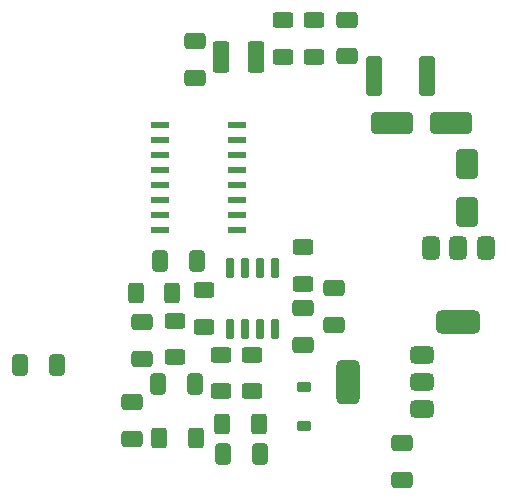
<source format=gbr>
%TF.GenerationSoftware,KiCad,Pcbnew,8.0.3-unknown-202406242120~006f0a95c1~ubuntu22.04.1*%
%TF.CreationDate,2024-06-25T16:46:03+05:30*%
%TF.ProjectId,SDR-Board,5344522d-426f-4617-9264-2e6b69636164,rev?*%
%TF.SameCoordinates,Original*%
%TF.FileFunction,Paste,Top*%
%TF.FilePolarity,Positive*%
%FSLAX46Y46*%
G04 Gerber Fmt 4.6, Leading zero omitted, Abs format (unit mm)*
G04 Created by KiCad (PCBNEW 8.0.3-unknown-202406242120~006f0a95c1~ubuntu22.04.1) date 2024-06-25 16:46:03*
%MOMM*%
%LPD*%
G01*
G04 APERTURE LIST*
G04 Aperture macros list*
%AMRoundRect*
0 Rectangle with rounded corners*
0 $1 Rounding radius*
0 $2 $3 $4 $5 $6 $7 $8 $9 X,Y pos of 4 corners*
0 Add a 4 corners polygon primitive as box body*
4,1,4,$2,$3,$4,$5,$6,$7,$8,$9,$2,$3,0*
0 Add four circle primitives for the rounded corners*
1,1,$1+$1,$2,$3*
1,1,$1+$1,$4,$5*
1,1,$1+$1,$6,$7*
1,1,$1+$1,$8,$9*
0 Add four rect primitives between the rounded corners*
20,1,$1+$1,$2,$3,$4,$5,0*
20,1,$1+$1,$4,$5,$6,$7,0*
20,1,$1+$1,$6,$7,$8,$9,0*
20,1,$1+$1,$8,$9,$2,$3,0*%
G04 Aperture macros list end*
%ADD10RoundRect,0.250000X0.400000X0.625000X-0.400000X0.625000X-0.400000X-0.625000X0.400000X-0.625000X0*%
%ADD11RoundRect,0.250000X-0.650000X0.412500X-0.650000X-0.412500X0.650000X-0.412500X0.650000X0.412500X0*%
%ADD12RoundRect,0.250000X0.650000X-1.000000X0.650000X1.000000X-0.650000X1.000000X-0.650000X-1.000000X0*%
%ADD13RoundRect,0.250000X0.650000X-0.412500X0.650000X0.412500X-0.650000X0.412500X-0.650000X-0.412500X0*%
%ADD14RoundRect,0.250000X-0.412500X-0.650000X0.412500X-0.650000X0.412500X0.650000X-0.412500X0.650000X0*%
%ADD15RoundRect,0.250000X-0.625000X0.400000X-0.625000X-0.400000X0.625000X-0.400000X0.625000X0.400000X0*%
%ADD16RoundRect,0.137500X0.662500X0.137500X-0.662500X0.137500X-0.662500X-0.137500X0.662500X-0.137500X0*%
%ADD17RoundRect,0.150000X-0.150000X0.725000X-0.150000X-0.725000X0.150000X-0.725000X0.150000X0.725000X0*%
%ADD18RoundRect,0.250001X0.462499X1.074999X-0.462499X1.074999X-0.462499X-1.074999X0.462499X-1.074999X0*%
%ADD19RoundRect,0.250000X0.625000X-0.400000X0.625000X0.400000X-0.625000X0.400000X-0.625000X-0.400000X0*%
%ADD20RoundRect,0.375000X0.625000X0.375000X-0.625000X0.375000X-0.625000X-0.375000X0.625000X-0.375000X0*%
%ADD21RoundRect,0.500000X0.500000X1.400000X-0.500000X1.400000X-0.500000X-1.400000X0.500000X-1.400000X0*%
%ADD22RoundRect,0.375000X-0.375000X0.625000X-0.375000X-0.625000X0.375000X-0.625000X0.375000X0.625000X0*%
%ADD23RoundRect,0.500000X-1.400000X0.500000X-1.400000X-0.500000X1.400000X-0.500000X1.400000X0.500000X0*%
%ADD24RoundRect,0.250000X0.412500X0.650000X-0.412500X0.650000X-0.412500X-0.650000X0.412500X-0.650000X0*%
%ADD25RoundRect,0.250000X-0.400000X-0.625000X0.400000X-0.625000X0.400000X0.625000X-0.400000X0.625000X0*%
%ADD26RoundRect,0.225000X-0.375000X0.225000X-0.375000X-0.225000X0.375000X-0.225000X0.375000X0.225000X0*%
%ADD27RoundRect,0.250000X1.500000X0.650000X-1.500000X0.650000X-1.500000X-0.650000X1.500000X-0.650000X0*%
%ADD28RoundRect,0.250000X-0.400000X-1.450000X0.400000X-1.450000X0.400000X1.450000X-0.400000X1.450000X0*%
G04 APERTURE END LIST*
D10*
%TO.C,RS1*%
X114712500Y-91774416D03*
X111612500Y-91774416D03*
%TD*%
D11*
%TO.C,C16*%
X121100000Y-80275000D03*
X121100000Y-83400000D03*
%TD*%
D12*
%TO.C,D4*%
X132300000Y-73800000D03*
X132300000Y-69800000D03*
%TD*%
D13*
%TO.C,C1*%
X109290000Y-62482500D03*
X109290000Y-59357500D03*
%TD*%
D14*
%TO.C,C3*%
X106330000Y-78020000D03*
X109455000Y-78020000D03*
%TD*%
D15*
%TO.C,R3*%
X116770000Y-57575000D03*
X116770000Y-60675000D03*
%TD*%
D16*
%TO.C,U2*%
X112815000Y-75395000D03*
X112815000Y-74125000D03*
X112815000Y-72855000D03*
X112815000Y-71585000D03*
X112815000Y-70315000D03*
X112815000Y-69045000D03*
X112815000Y-67775000D03*
X112815000Y-66505000D03*
X106315000Y-66505000D03*
X106315000Y-67775000D03*
X106315000Y-69045000D03*
X106315000Y-70315000D03*
X106315000Y-71585000D03*
X106315000Y-72855000D03*
X106315000Y-74125000D03*
X106315000Y-75395000D03*
%TD*%
D11*
%TO.C,C2*%
X122170000Y-57545000D03*
X122170000Y-60670000D03*
%TD*%
D17*
%TO.C,U6*%
X116030000Y-78575000D03*
X114760000Y-78575000D03*
X113490000Y-78575000D03*
X112220000Y-78575000D03*
X112220000Y-83725000D03*
X113490000Y-83725000D03*
X114760000Y-83725000D03*
X116030000Y-83725000D03*
%TD*%
D13*
%TO.C,CC2*%
X104000000Y-93062500D03*
X104000000Y-89937500D03*
%TD*%
%TO.C,C17*%
X126850000Y-96552500D03*
X126850000Y-93427500D03*
%TD*%
D18*
%TO.C,L1*%
X114487500Y-60700000D03*
X111512500Y-60700000D03*
%TD*%
D19*
%TO.C,R5*%
X118440000Y-79910000D03*
X118440000Y-76810000D03*
%TD*%
D20*
%TO.C,U5*%
X128550000Y-90550000D03*
X128550000Y-88250000D03*
D21*
X122250000Y-88250000D03*
D20*
X128550000Y-85950000D03*
%TD*%
D15*
%TO.C,R6*%
X110070000Y-80470000D03*
X110070000Y-83570000D03*
%TD*%
D22*
%TO.C,U3*%
X133900000Y-76850000D03*
X131600000Y-76850000D03*
D23*
X131600000Y-83150000D03*
D22*
X129300000Y-76850000D03*
%TD*%
D11*
%TO.C,C11*%
X118470000Y-81945000D03*
X118470000Y-85070000D03*
%TD*%
D24*
%TO.C,C12*%
X109322500Y-88400000D03*
X106197500Y-88400000D03*
%TD*%
D19*
%TO.C,R4*%
X107595000Y-86150000D03*
X107595000Y-83050000D03*
%TD*%
D24*
%TO.C,CC1*%
X114762500Y-94300000D03*
X111637500Y-94300000D03*
%TD*%
D10*
%TO.C,R7*%
X107370000Y-80730000D03*
X104270000Y-80730000D03*
%TD*%
D19*
%TO.C,R2*%
X119360000Y-60675000D03*
X119360000Y-57575000D03*
%TD*%
D25*
%TO.C,RS2*%
X106250000Y-93000000D03*
X109350000Y-93000000D03*
%TD*%
D26*
%TO.C,D5*%
X118540000Y-88690000D03*
X118540000Y-91990000D03*
%TD*%
D24*
%TO.C,C14*%
X97592500Y-86800000D03*
X94467500Y-86800000D03*
%TD*%
D13*
%TO.C,CD1*%
X104800000Y-86262500D03*
X104800000Y-83137500D03*
%TD*%
D27*
%TO.C,D1*%
X131000000Y-66300000D03*
X126000000Y-66300000D03*
%TD*%
D15*
%TO.C,R9*%
X111520000Y-85910000D03*
X111520000Y-89010000D03*
%TD*%
%TO.C,R8*%
X114090000Y-85920000D03*
X114090000Y-89020000D03*
%TD*%
D28*
%TO.C,F1*%
X124475000Y-62300000D03*
X128925000Y-62300000D03*
%TD*%
M02*

</source>
